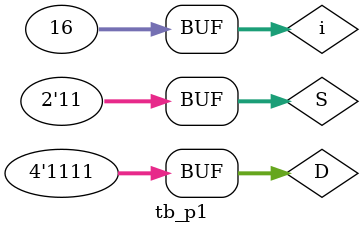
<source format=v>
module tb_p1(); //test_bench
	
	reg[3:0] D; //array D
	reg[1:0] S; //array S
	wire Z; 
	integer i;
	p1 UUT (Z, D, S);
	initial
		begin
			 #10 $monitor("D = %b", D, "  |  S = %b", S, "  |  Z = ", Z);
		   for( i = 0; i <= 15; i = i + 1) //D varies from 0 to 1111
			   begin
				  D = i;
				  S = 0;  #10; //corresponding variation of S
				  S = 1;  #10;
				  S = 2;  #10;
				  S = 3;  #10;
				  $display("-----------------------------------------");
				end
		end
endmodule

</source>
